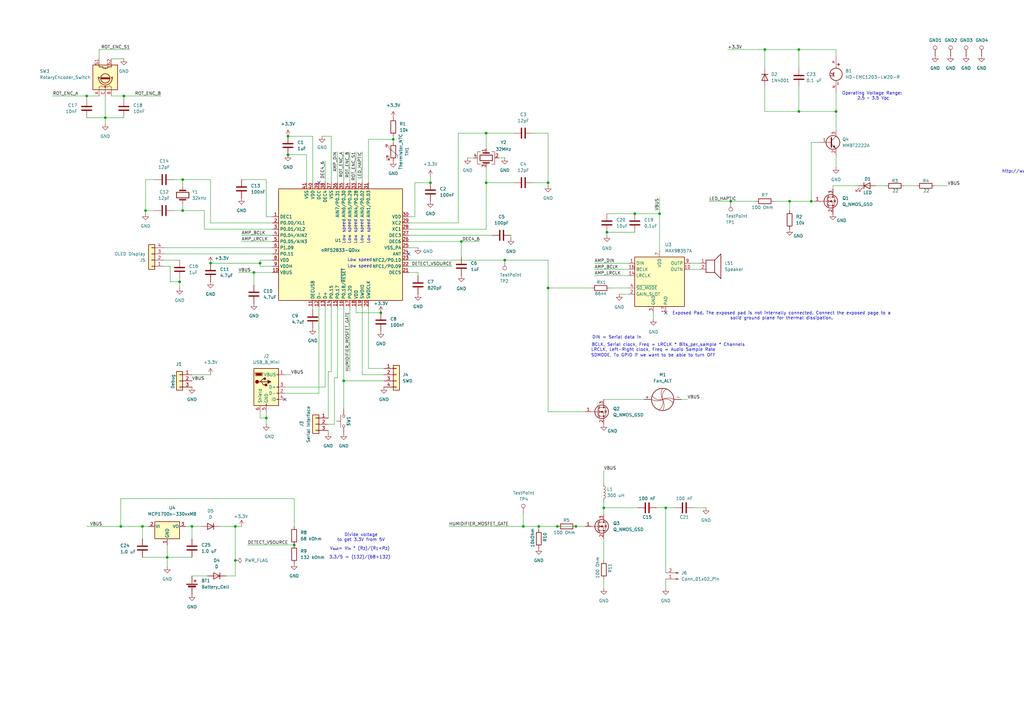
<source format=kicad_sch>
(kicad_sch (version 20231120) (generator "eeschema") (generator_version "8.0")
  (paper "A3")
  (junction (at 247.65 208.28))
  (junction (at 104.14 111.76))
  (junction (at 224.79 74.93))
  (junction (at 260.35 87.63))
  (junction (at 50.8 39.37))
  (junction (at 248.92 95.25))
  (junction (at 49.53 215.9))
  (junction (at 59.69 86.36))
  (junction (at 58.42 215.9))
  (junction (at 299.72 82.55))
  (junction (at 220.98 215.9))
  (junction (at 228.6 215.9))
  (junction (at 207.01 106.68))
  (junction (at 106.68 107.95))
  (junction (at 214.63 215.9))
  (junction (at 224.79 118.11))
  (junction (at 118.11 63.5))
  (junction (at 176.53 74.93))
  (junction (at 189.23 99.06))
  (junction (at 120.65 223.52))
  (junction (at 68.58 228.6))
  (junction (at 332.74 82.55))
  (junction (at 74.93 73.66))
  (junction (at 96.52 215.9))
  (junction (at 109.22 171.45))
  (junction (at 199.39 74.93))
  (junction (at 140.97 156.21))
  (junction (at 199.39 54.61))
  (junction (at 323.85 82.55))
  (junction (at 118.11 55.88))
  (junction (at 270.51 87.63))
  (junction (at 96.52 229.87))
  (junction (at 327.66 45.72))
  (junction (at 273.05 208.28))
  (junction (at 35.56 39.37))
  (junction (at 43.18 48.26))
  (junction (at 86.36 107.95))
  (junction (at 73.66 115.57))
  (junction (at 313.69 20.32))
  (junction (at 74.93 86.36))
  (junction (at 161.29 57.15))
  (junction (at 342.9 45.72))
  (junction (at 327.66 20.32))
  (junction (at 78.74 215.9))
  (junction (at 236.22 215.9))
  (junction (at 156.21 128.27))
  (no_connect (at 167.64 104.14))
  (no_connect (at 130.81 74.93))
  (no_connect (at 273.05 128.27))
  (no_connect (at 116.84 163.83))
  (wire (pts (xy 96.52 215.9) (xy 99.06 215.9)))
  (wire (pts (xy 68.58 232.41) (xy 68.58 228.6)))
  (wire (pts (xy 214.63 215.9) (xy 220.98 215.9)))
  (wire (pts (xy 248.92 87.63) (xy 260.35 87.63)))
  (wire (pts (xy 327.66 35.56) (xy 327.66 45.72)))
  (wire (pts (xy 109.22 171.45) (xy 109.22 168.91)))
  (wire (pts (xy 220.98 217.17) (xy 220.98 215.9)))
  (wire (pts (xy 128.27 55.88) (xy 128.27 74.93)))
  (wire (pts (xy 137.16 154.94) (xy 137.16 173.99)))
  (wire (pts (xy 45.72 39.37) (xy 50.8 39.37)))
  (wire (pts (xy 204.47 64.77) (xy 207.01 64.77)))
  (wire (pts (xy 140.97 156.21) (xy 140.97 167.64)))
  (wire (pts (xy 290.83 82.55) (xy 299.72 82.55)))
  (wire (pts (xy 342.9 20.32) (xy 342.9 22.86)))
  (wire (pts (xy 74.93 73.66) (xy 86.36 73.66)))
  (wire (pts (xy 327.66 20.32) (xy 342.9 20.32)))
  (wire (pts (xy 134.62 173.99) (xy 137.16 173.99)))
  (wire (pts (xy 298.45 20.32) (xy 313.69 20.32)))
  (wire (pts (xy 187.96 54.61) (xy 199.39 54.61)))
  (wire (pts (xy 207.01 106.68) (xy 224.79 106.68)))
  (wire (pts (xy 106.68 171.45) (xy 109.22 171.45)))
  (wire (pts (xy 313.69 20.32) (xy 327.66 20.32)))
  (wire (pts (xy 50.8 39.37) (xy 66.04 39.37)))
  (wire (pts (xy 135.89 55.88) (xy 132.08 55.88)))
  (wire (pts (xy 189.23 99.06) (xy 196.85 99.06)))
  (wire (pts (xy 68.58 228.6) (xy 68.58 223.52)))
  (wire (pts (xy 43.18 48.26) (xy 43.18 39.37)))
  (wire (pts (xy 99.06 99.06) (xy 111.76 99.06)))
  (wire (pts (xy 170.18 88.9) (xy 167.64 88.9)))
  (wire (pts (xy 49.53 204.47) (xy 120.65 204.47)))
  (wire (pts (xy 199.39 74.93) (xy 210.82 74.93)))
  (wire (pts (xy 111.76 91.44) (xy 86.36 91.44)))
  (wire (pts (xy 341.63 76.2) (xy 351.79 76.2)))
  (wire (pts (xy 161.29 57.15) (xy 161.29 58.42)))
  (wire (pts (xy 58.42 215.9) (xy 58.42 220.98)))
  (wire (pts (xy 118.11 55.88) (xy 128.27 55.88)))
  (wire (pts (xy 67.31 101.6) (xy 111.76 101.6)))
  (wire (pts (xy 247.65 208.28) (xy 261.62 208.28)))
  (wire (pts (xy 283.21 107.95) (xy 287.02 107.95)))
  (wire (pts (xy 138.43 154.94) (xy 137.16 154.94)))
  (wire (pts (xy 45.72 24.13) (xy 50.8 24.13)))
  (wire (pts (xy 342.9 68.58) (xy 342.9 63.5)))
  (wire (pts (xy 83.82 86.36) (xy 83.82 93.98)))
  (wire (pts (xy 86.36 107.95) (xy 106.68 107.95)))
  (wire (pts (xy 133.35 66.04) (xy 133.35 74.93)))
  (wire (pts (xy 67.31 104.14) (xy 111.76 104.14)))
  (wire (pts (xy 68.58 228.6) (xy 78.74 228.6)))
  (wire (pts (xy 78.74 215.9) (xy 78.74 220.98)))
  (wire (pts (xy 224.79 168.91) (xy 240.03 168.91)))
  (wire (pts (xy 143.51 62.23) (xy 143.51 74.93)))
  (wire (pts (xy 151.13 57.15) (xy 161.29 57.15)))
  (wire (pts (xy 270.51 81.28) (xy 270.51 87.63)))
  (wire (pts (xy 254 120.65) (xy 257.81 120.65)))
  (wire (pts (xy 167.64 101.6) (xy 171.45 101.6)))
  (wire (pts (xy 78.74 236.22) (xy 85.09 236.22)))
  (wire (pts (xy 130.81 161.29) (xy 116.84 161.29)))
  (wire (pts (xy 134.62 152.4) (xy 135.89 152.4)))
  (wire (pts (xy 78.74 153.67) (xy 86.36 153.67)))
  (wire (pts (xy 118.11 63.5) (xy 125.73 63.5)))
  (wire (pts (xy 260.35 87.63) (xy 270.51 87.63)))
  (wire (pts (xy 248.92 96.52) (xy 248.92 95.25)))
  (wire (pts (xy 247.65 208.28) (xy 247.65 210.82)))
  (wire (pts (xy 167.64 96.52) (xy 201.93 96.52)))
  (wire (pts (xy 138.43 125.73) (xy 138.43 154.94)))
  (wire (pts (xy 170.18 74.93) (xy 170.18 88.9)))
  (wire (pts (xy 317.5 82.55) (xy 323.85 82.55)))
  (wire (pts (xy 109.22 73.66) (xy 109.22 88.9)))
  (wire (pts (xy 67.31 109.22) (xy 69.85 109.22)))
  (wire (pts (xy 199.39 54.61) (xy 199.39 60.96)))
  (wire (pts (xy 284.48 208.28) (xy 289.56 208.28)))
  (wire (pts (xy 224.79 76.2) (xy 224.79 74.93)))
  (wire (pts (xy 247.65 220.98) (xy 247.65 229.87)))
  (wire (pts (xy 73.66 118.11) (xy 73.66 115.57)))
  (wire (pts (xy 243.84 107.95) (xy 257.81 107.95)))
  (wire (pts (xy 128.27 125.73) (xy 128.27 127)))
  (wire (pts (xy 97.79 111.76) (xy 104.14 111.76)))
  (wire (pts (xy 74.93 86.36) (xy 83.82 86.36)))
  (wire (pts (xy 116.84 153.67) (xy 119.38 153.67)))
  (wire (pts (xy 243.84 113.03) (xy 257.81 113.03)))
  (wire (pts (xy 342.9 38.1) (xy 342.9 45.72)))
  (wire (pts (xy 99.06 73.66) (xy 109.22 73.66)))
  (wire (pts (xy 383.54 76.2) (xy 388.62 76.2)))
  (wire (pts (xy 76.2 215.9) (xy 78.74 215.9)))
  (wire (pts (xy 151.13 151.13) (xy 157.48 151.13)))
  (wire (pts (xy 92.71 236.22) (xy 96.52 236.22)))
  (wire (pts (xy 243.84 110.49) (xy 257.81 110.49)))
  (wire (pts (xy 106.68 168.91) (xy 106.68 171.45)))
  (wire (pts (xy 35.56 39.37) (xy 35.56 40.64)))
  (wire (pts (xy 313.69 20.32) (xy 313.69 27.94)))
  (wire (pts (xy 269.24 208.28) (xy 273.05 208.28)))
  (wire (pts (xy 224.79 118.11) (xy 224.79 168.91)))
  (wire (pts (xy 176.53 72.39) (xy 176.53 74.93)))
  (wire (pts (xy 116.84 158.75) (xy 133.35 158.75)))
  (wire (pts (xy 96.52 215.9) (xy 96.52 229.87)))
  (wire (pts (xy 35.56 48.26) (xy 43.18 48.26)))
  (wire (pts (xy 109.22 173.99) (xy 109.22 171.45)))
  (wire (pts (xy 135.89 152.4) (xy 135.89 125.73)))
  (wire (pts (xy 133.35 158.75) (xy 133.35 125.73)))
  (wire (pts (xy 96.52 229.87) (xy 96.52 236.22)))
  (wire (pts (xy 106.68 107.95) (xy 106.68 106.68)))
  (wire (pts (xy 247.65 205.74) (xy 247.65 208.28)))
  (wire (pts (xy 43.18 50.8) (xy 43.18 48.26)))
  (wire (pts (xy 185.42 109.22) (xy 167.64 109.22)))
  (wire (pts (xy 146.05 128.27) (xy 146.05 125.73)))
  (wire (pts (xy 224.79 54.61) (xy 224.79 74.93)))
  (wire (pts (xy 43.18 48.26) (xy 50.8 48.26)))
  (wire (pts (xy 111.76 93.98) (xy 83.82 93.98)))
  (wire (pts (xy 35.56 215.9) (xy 49.53 215.9)))
  (wire (pts (xy 99.06 96.52) (xy 111.76 96.52)))
  (wire (pts (xy 21.59 39.37) (xy 35.56 39.37)))
  (wire (pts (xy 327.66 20.32) (xy 327.66 27.94)))
  (wire (pts (xy 273.05 241.3) (xy 273.05 237.49)))
  (wire (pts (xy 313.69 35.56) (xy 313.69 45.72)))
  (wire (pts (xy 58.42 215.9) (xy 60.96 215.9)))
  (wire (pts (xy 370.84 76.2) (xy 375.92 76.2)))
  (wire (pts (xy 109.22 88.9) (xy 111.76 88.9)))
  (wire (pts (xy 323.85 82.55) (xy 332.74 82.55)))
  (wire (pts (xy 279.4 163.83) (xy 281.94 163.83)))
  (wire (pts (xy 341.63 77.47) (xy 341.63 76.2)))
  (wire (pts (xy 151.13 125.73) (xy 151.13 151.13)))
  (wire (pts (xy 106.68 109.22) (xy 111.76 109.22)))
  (wire (pts (xy 140.97 125.73) (xy 140.97 156.21)))
  (wire (pts (xy 199.39 54.61) (xy 210.82 54.61)))
  (wire (pts (xy 73.66 115.57) (xy 73.66 114.3)))
  (wire (pts (xy 148.59 125.73) (xy 148.59 153.67)))
  (wire (pts (xy 90.17 215.9) (xy 96.52 215.9)))
  (wire (pts (xy 74.93 73.66) (xy 74.93 76.2)))
  (wire (pts (xy 71.12 73.66) (xy 74.93 73.66)))
  (wire (pts (xy 199.39 68.58) (xy 199.39 74.93)))
  (wire (pts (xy 134.62 176.53) (xy 134.62 177.8)))
  (wire (pts (xy 53.34 20.32) (xy 40.64 20.32)))
  (wire (pts (xy 224.79 106.68) (xy 224.79 118.11)))
  (wire (pts (xy 49.53 204.47) (xy 49.53 215.9)))
  (wire (pts (xy 247.65 193.04) (xy 247.65 198.12)))
  (wire (pts (xy 130.81 125.73) (xy 130.81 161.29)))
  (wire (pts (xy 71.12 86.36) (xy 74.93 86.36)))
  (wire (pts (xy 104.14 111.76) (xy 111.76 111.76)))
  (wire (pts (xy 247.65 163.83) (xy 264.16 163.83)))
  (wire (pts (xy 78.74 215.9) (xy 82.55 215.9)))
  (wire (pts (xy 171.45 111.76) (xy 167.64 111.76)))
  (wire (pts (xy 209.55 97.79) (xy 209.55 96.52)))
  (wire (pts (xy 161.29 57.15) (xy 161.29 55.88)))
  (wire (pts (xy 189.23 99.06) (xy 167.64 99.06)))
  (wire (pts (xy 138.43 62.23) (xy 138.43 74.93)))
  (wire (pts (xy 59.69 73.66) (xy 63.5 73.66)))
  (wire (pts (xy 332.74 58.42) (xy 335.28 58.42)))
  (wire (pts (xy 199.39 74.93) (xy 199.39 93.98)))
  (wire (pts (xy 146.05 128.27) (xy 156.21 128.27)))
  (wire (pts (xy 69.85 109.22) (xy 69.85 115.57)))
  (wire (pts (xy 101.6 223.52) (xy 120.65 223.52)))
  (wire (pts (xy 59.69 86.36) (xy 63.5 86.36)))
  (wire (pts (xy 58.42 228.6) (xy 68.58 228.6)))
  (wire (pts (xy 134.62 171.45) (xy 134.62 152.4)))
  (wire (pts (xy 151.13 57.15) (xy 151.13 74.93)))
  (wire (pts (xy 248.92 95.25) (xy 260.35 95.25)))
  (wire (pts (xy 236.22 215.9) (xy 228.6 215.9)))
  (wire (pts (xy 167.64 91.44) (xy 187.96 91.44)))
  (wire (pts (xy 191.77 64.77) (xy 194.31 64.77)))
  (wire (pts (xy 167.64 93.98) (xy 199.39 93.98)))
  (wire (pts (xy 176.53 74.93) (xy 170.18 74.93)))
  (wire (pts (xy 59.69 87.63) (xy 59.69 86.36)))
  (wire (pts (xy 67.31 106.68) (xy 73.66 106.68)))
  (wire (pts (xy 184.15 215.9) (xy 214.63 215.9)))
  (wire (pts (xy 273.05 208.28) (xy 273.05 234.95)))
  (wire (pts (xy 171.45 113.03) (xy 171.45 111.76)))
  (wire (pts (xy 359.41 76.2) (xy 363.22 76.2)))
  (wire (pts (xy 189.23 105.41) (xy 189.23 99.06)))
  (wire (pts (xy 146.05 62.23) (xy 146.05 74.93)))
  (wire (pts (xy 167.64 106.68) (xy 207.01 106.68)))
  (wire (pts (xy 332.74 58.42) (xy 332.74 82.55)))
  (wire (pts (xy 313.69 45.72) (xy 327.66 45.72)))
  (wire (pts (xy 111.76 106.68) (xy 106.68 106.68)))
  (wire (pts (xy 283.21 110.49) (xy 287.02 110.49)))
  (wire (pts (xy 323.85 86.36) (xy 323.85 82.55)))
  (wire (pts (xy 157.48 153.67) (xy 148.59 153.67)))
  (wire (pts (xy 267.97 128.27) (xy 267.97 130.81)))
  (wire (pts (xy 59.69 73.66) (xy 59.69 86.36)))
  (wire (pts (xy 106.68 107.95) (xy 106.68 109.22)))
  (wire (pts (xy 135.89 55.88) (xy 135.89 74.93)))
  (wire (pts (xy 40.64 20.32) (xy 40.64 24.13)))
  (wire (pts (xy 218.44 74.93) (xy 224.79 74.93)))
  (wire (pts (xy 250.19 118.11) (xy 257.81 118.11)))
  (wire (pts (xy 299.72 82.55) (xy 309.88 82.55)))
  (wire (pts (xy 104.14 111.76) (xy 104.14 116.84)))
  (wire (pts (xy 120.65 204.47) (xy 120.65 215.9)))
  (wire (pts (xy 86.36 91.44) (xy 86.36 73.66)))
  (wire (pts (xy 35.56 39.37) (xy 40.64 39.37)))
  (wire (pts (xy 332.74 82.55) (xy 334.01 82.55)))
  (wire (pts (xy 247.65 241.3) (xy 247.65 237.49)))
  (wire (pts (xy 49.53 215.9) (xy 58.42 215.9)))
  (wire (pts (xy 125.73 74.93) (xy 125.73 63.5)))
  (wire (pts (xy 148.59 62.23) (xy 148.59 74.93)))
  (wire (pts (xy 218.44 54.61) (xy 224.79 54.61)))
  (wire (pts (xy 50.8 39.37) (xy 50.8 40.64)))
  (wire (pts (xy 270.51 87.63) (xy 270.51 102.87)))
  (wire (pts (xy 327.66 45.72) (xy 342.9 45.72)))
  (wire (pts (xy 143.51 152.4) (xy 143.51 125.73)))
  (wire (pts (xy 69.85 115.57) (xy 73.66 115.57)))
  (wire (pts (xy 74.93 83.82) (xy 74.93 86.36)))
  (wire (pts (xy 140.97 62.23) (xy 140.97 74.93)))
  (wire (pts (xy 342.9 45.72) (xy 342.9 53.34)))
  (wire (pts (xy 220.98 215.9) (xy 228.6 215.9)))
  (wire (pts (xy 187.96 54.61) (xy 187.96 91.44)))
  (wire (pts (xy 214.63 210.82) (xy 214.63 215.9)))
  (wire (pts (xy 236.22 215.9) (xy 240.03 215.9)))
  (wire (pts (xy 273.05 208.28) (xy 276.86 208.28)))
  (wire (pts (xy 224.79 118.11) (xy 242.57 118.11)))
  (wire (pts (xy 140.97 156.21) (xy 157.48 156.21)))
  (text "Divide voltage\nto get 3.3V from 5V" (at 148.082 220.472 0) (effects (font (size 1.27 1.27))))
  (text "LRCLK, Left-Right clock, Freq = Audio Sample Rate" (at 267.97 143.51 0) (effects (font (size 1.27 1.27))))
  (text "3.3/5 = (132)/(68+132)\n" (at 147.574 228.6 0) (effects (font (size 1.27 1.27))))
  (text "SDMODE, To GPIO if we want to be able to turn OFF" (at 267.97 145.796 0) (effects (font (size 1.27 1.27))))
  (text "DIN = Serial data in\n" (at 252.984 138.43 0) (effects (font (size 1.27 1.27))))
  (text "BCLK, Serial clock, Freq = LRCLK * Bits_per_sample * Channels" (at 274.066 141.478 0) (effects (font (size 1.27 1.27))))
  (text "http://www.learningaboutelectronics.com/Articles/Vibration-motor-circuit.php" (at 449.326 70.358 0) (effects (font (size 1.27 1.27))))
  (text "Low speed" (at 143.256 94.996 90) (effects (font (size 1.27 1.27))))
  (text "Low speed" (at 148.336 94.996 90) (effects (font (size 1.27 1.27))))
  (text "Low speed" (at 147.574 109.22 0) (effects (font (size 1.27 1.27))))
  (text "Exposed Pad. The exposed pad is not internally connected. Connect the exposed page to a\nsolid ground plane for thermal dissipation." (at 320.548 129.54 0) (effects (font (size 1.27 1.27))))
  (text "Low speed" (at 140.97 94.996 90) (effects (font (size 1.27 1.27))))
  (text "Low speed" (at 151.13 94.996 90) (effects (font (size 1.27 1.27))))
  (text "V_{out}= V_{in} * (R_{2})/(R_{1}+R_{2})\n" (at 147.574 225.044 0) (effects (font (size 1.27 1.27))))
  (text "Low speed" (at 147.574 106.68 0) (effects (font (size 1.27 1.27))))
  (text "Low speed" (at 145.796 94.996 90) (effects (font (size 1.27 1.27))))
  (text "Operating Voltage Range: \n2.5 ~ 3.5 V_{DC}" (at 358.14 39.37 0) (effects (font (size 1.27 1.27))))
  (label "+3.3V" (at 298.45 20.32 0))
  (label "AMP_LRCLK" (at 243.84 113.03 0))
  (label "VBUS" (at 97.79 111.76 0))
  (label "ROT_ENC_B" (at 143.51 62.23 270))
  (label "AMP_DIN" (at 243.84 107.95 0))
  (label "VBUS" (at 270.51 81.28 270))
  (label "VBUS" (at 281.94 163.83 0))
  (label "DETECT_VSOURCE" (at 101.6 223.52 0))
  (label "LED_HAPTIC" (at 290.83 82.55 0))
  (label "AMP_BCLK" (at 243.84 110.49 0))
  (label "ROT_ENC_A" (at 140.97 62.23 270))
  (label "DETECT_VSOURCE" (at 185.42 109.22 180))
  (label "HUMIDIFIER_MOSFET_GATE" (at 143.51 152.4 90))
  (label "AMP_LRCLK" (at 99.06 99.06 0))
  (label "HUMIDIFIER_MOSFET_GATE" (at 184.15 215.9 0))
  (label "AMP_BCLK" (at 99.06 96.52 0))
  (label "VBUS" (at 36.83 215.9 0))
  (label "ROT_ENC_S1" (at 146.05 62.23 270))
  (label "AMP_DIN" (at 138.43 62.23 270))
  (label "ROT_ENC_A" (at 21.59 39.37 0))
  (label "VBUS" (at 119.38 153.67 0))
  (label "VBUS" (at 388.62 76.2 0))
  (label "DEC4_6" (at 133.35 66.04 270))
  (label "DEC4_6" (at 196.85 99.06 180))
  (label "VBUS" (at 247.65 193.04 0))
  (label "VBUS" (at 78.74 156.21 0))
  (label "ROT_ENC_S1" (at 53.34 20.32 180))
  (label "ROT_ENC_B" (at 66.04 39.37 180))
  (label "LED_HAPTIC" (at 148.59 62.23 270))
  (symbol (lib_id "power:+3.3V") (at 161.29 48.26 0) (unit 1)
    (property "Reference" "#PWR0108" (effects (hide yes)))
    (property "Value" "+3.3V" (at 161.29 43.18 0))
    (property "Description" "Power symbol creates a global label with name \"+3.3V\"" (effects (hide yes)))
  )
  (symbol (lib_id "power:+3.3V") (at 118.11 55.88 0) (unit 1)
    (property "Reference" "#PWR0105" (effects (hide yes)))
    (property "Value" "+3.3V" (at 118.11 50.8 0))
    (property "Description" "Power symbol creates a global label with name \"+3.3V\"" (effects (hide yes)))
  )
  (symbol (lib_id "power:GND") (at 132.08 55.88 0) (unit 1)
    (property "Reference" "#PWR0104" (effects (hide yes)))
    (property "Value" "GND" (at 132.08 60.452 0))
    (property "Description" "Power symbol creates a global label with name \"GND\" , ground" (effects (hide yes)))
  )
  (symbol (lib_id "power:GND") (at 78.74 243.84 0) (unit 1)
    (property "Reference" "#PWR014" (effects (hide yes)))
    (property "Value" "GND" (at 78.74 248.92 0))
    (property "Description" "Power symbol creates a global label with name \"GND\" , ground" (effects (hide yes)))
  )
  (symbol (lib_id "power:GND") (at 224.79 76.2 0) (unit 1)
    (property "Reference" "#PWR0120" (effects (hide yes)))
    (property "Value" "GND" (at 224.79 81.28 0))
    (property "Description" "Power symbol creates a global label with name \"GND\" , ground" (effects (hide yes)))
  )
  (symbol (lib_id "power:GND") (at 342.9 68.58 0) (unit 1)
    (property "Reference" "#PWR012" (effects (hide yes)))
    (property "Value" "GND" (at 342.9 73.66 0))
    (property "Description" "Power symbol creates a global label with name \"GND\" , ground" (effects (hide yes)))
  )
  (symbol (lib_id "Device:D") (at 86.36 215.9 180) (unit 1)
    (property "Reference" "D5" (at 86.36 209.55 0))
    (property "Value" "D" (at 86.36 212.09 0))
    (property "Description" "Diode" (effects (hide yes)))
    (property "Sim.Device" "D" (effects (hide yes)))
    (property "Sim.Pins" "1=K 2=A" (effects (hide yes)))
  )
  (symbol (lib_id "Device:C") (at 189.23 109.22 180) (unit 1)
    (property "Reference" "C6" (at 193.04 107.9499 0) (effects (justify right)))
    (property "Value" "1uF" (at 193.04 110.4899 0) (effects (justify right)))
    (property "Footprint" "Capacitor_SMD:C_0603_1608Metric" (effects (hide yes)))
    (property "Description" "Unpolarized capacitor" (effects (hide yes)))
  )
  (symbol (lib_id "Connector_Generic:Conn_01x03") (at 129.54 173.99 0) (mirror y) (unit 1)
    (property "Reference" "J3" (at 123.698 175.006 90) (effects (justify left)))
    (property "Value" "Serial Interface" (at 126.492 181.61 90) (effects (justify left)))
    (property "Footprint" "Connector_PinHeader_2.54mm:PinHeader_1x03_P2.54mm_Vertical" (effects (hide yes)))
    (property "Description" "Generic connector, single row, 01x03, script generated (kicad-library-utils/schlib/autogen/connector/)" (effects (hide yes)))
  )
  (symbol (lib_id "Connector:TestPoint") (at 383.54 22.86 0) (unit 1)
    (property "Reference" "GND1" (at 381 16.51 0) (effects (justify left)))
    (property "Value" "TestPoint" (effects (hide yes)))
    (property "Footprint" "E7020E:TestPoint_THTPad_1.5x1.5mm_Drill0.8mm" (effects (hide yes)))
    (property "Description" "test point" (effects (hide yes)))
  )
  (symbol (lib_id "Device:C") (at 214.63 54.61 270) (unit 1)
    (property "Reference" "C3" (at 214.63 46.99 90))
    (property "Value" "12pF" (at 214.63 49.53 90))
    (property "Footprint" "Capacitor_SMD:C_0603_1608Metric" (effects (hide yes)))
    (property "Description" "Unpolarized capacitor" (effects (hide yes)))
  )
  (symbol (lib_id "power:GND") (at 247.65 241.3 0) (unit 1)
    (property "Reference" "#PWR010" (effects (hide yes)))
    (property "Value" "GND" (at 247.65 246.38 0))
    (property "Description" "Power symbol creates a global label with name \"GND\" , ground" (effects (hide yes)))
  )
  (symbol (lib_id "power:GND") (at 402.59 22.86 0) (unit 1)
    (property "Reference" "#PWR0111" (effects (hide yes)))
    (property "Value" "GND" (at 402.59 27.94 0))
    (property "Description" "Power symbol creates a global label with name \"GND\" , ground" (effects (hide yes)))
  )
  (symbol (lib_id "power:GND") (at 43.18 50.8 0) (unit 1)
    (property "Reference" "#PWR04" (effects (hide yes)))
    (property "Value" "GND" (at 43.18 55.88 0))
    (property "Description" "Power symbol creates a global label with name \"GND\" , ground" (effects (hide yes)))
  )
  (symbol (lib_id "Device:C") (at 128.27 130.81 0) (unit 1)
    (property "Reference" "C9" (at 119.634 129.54 0) (effects (justify left)))
    (property "Value" "4.7uf" (at 119.634 132.08 0) (effects (justify left)))
    (property "Footprint" "Capacitor_SMD:C_0603_1608Metric" (effects (hide yes)))
    (property "Description" "Unpolarized capacitor" (effects (hide yes)))
  )
  (symbol (lib_id "power:GND") (at 134.62 177.8 0) (unit 1)
    (property "Reference" "#PWR0130" (effects (hide yes)))
    (property "Value" "GND" (at 134.62 182.88 0))
    (property "Description" "Power symbol creates a global label with name \"GND\" , ground" (effects (hide yes)))
  )
  (symbol (lib_id "power:+3.3V") (at 156.21 128.27 0) (unit 1)
    (property "Reference" "#PWR0116" (effects (hide yes)))
    (property "Value" "+3.3V" (at 156.21 124.46 0))
    (property "Description" "Power symbol creates a global label with name \"+3.3V\"" (effects (hide yes)))
  )
  (symbol (lib_id "power:GND") (at 289.56 208.28 0) (unit 1)
    (property "Reference" "#PWR018" (effects (hide yes)))
    (property "Value" "GND" (at 289.56 213.36 0))
    (property "Description" "Power symbol creates a global label with name \"GND\" , ground" (effects (hide yes)))
  )
  (symbol (lib_id "Device:R") (at 220.98 220.98 0) (unit 1)
    (property "Reference" "R10" (at 223.52 222.25 90) (effects (justify left)))
    (property "Value" "10kOhm" (at 218.44 224.536 90) (effects (justify left)))
    (property "Footprint" "Resistor_SMD:R_0603_1608Metric" (effects (hide yes)))
    (property "Description" "Resistor" (effects (hide yes)))
  )
  (symbol (lib_id "Device:R") (at 120.65 227.33 0) (unit 1)
    (property "Reference" "R9" (at 123.19 226.0599 0) (effects (justify left)))
    (property "Value" "132 kOhm" (at 123.19 228.5999 0) (effects (justify left)))
    (property "Footprint" "Resistor_SMD:R_0603_1608Metric" (effects (hide yes)))
    (property "Description" "Resistor" (effects (hide yes)))
  )
  (symbol (lib_id "power:GND") (at 273.05 241.3 0) (unit 1)
    (property "Reference" "#PWR017" (effects (hide yes)))
    (property "Value" "GND" (at 273.05 246.38 0))
    (property "Description" "Power symbol creates a global label with name \"GND\" , ground" (effects (hide yes)))
  )
  (symbol (lib_id "power:PWR_FLAG") (at 96.52 229.87 270) (unit 1)
    (property "Reference" "#FLG02" (effects (hide yes)))
    (property "Value" "PWR_FLAG" (at 100.33 229.8699 90) (effects (justify left)))
    (property "Description" "Special symbol for telling ERC where power comes from" (effects (hide yes)))
  )
  (symbol (lib_id "Device:C") (at 327.66 31.75 0) (unit 1)
    (property "Reference" "C23" (at 330.708 30.48 0) (effects (justify left)))
    (property "Value" "0.1 uF" (at 330.708 33.02 0) (effects (justify left)))
    (property "Footprint" "Capacitor_SMD:C_0603_1608Metric" (effects (hide yes)))
    (property "Description" "Unpolarized capacitor" (effects (hide yes)))
  )
  (symbol (lib_id "Device:C") (at 67.31 73.66 90) (unit 1)
    (property "Reference" "C14" (at 67.31 66.04 90))
    (property "Value" "12pF" (at 67.31 68.58 90))
    (property "Footprint" "Capacitor_SMD:C_0603_1608Metric" (effects (hide yes)))
    (property "Description" "Unpolarized capacitor" (effects (hide yes)))
  )
  (symbol (lib_id "HD-EMC1203-LW20-R:HD-EMC1203-LW20-R") (at 342.9 30.48 270) (unit 1)
    (property "Reference" "B1" (at 346.71 29.0829 90) (effects (justify left)))
    (property "Value" "HD-EMC1203-LW20-R" (at 346.71 31.6229 90) (effects (justify left)))
    (property "Footprint" "HD-EMC1203-LW20-R:PUI_HD-EMC1203-LW20-R" (effects (hide yes)))
    (property "DigiKey_Part_Number" "668-HD-EMC1203-LW20-R-ND" (effects (hide yes)))
    (property "SnapEDA_Link" "https://www.snapeda.com/parts/HD-EMC1203-LW20-R/PUI+Audio/view-part/?ref=snap" (effects (hide yes)))
    (property "MAXIMUM_PACKAGE_HEIGHT" "3.5 mm" (effects (hide yes)))
    (property "Package" "None" (effects (hide yes)))
    (property "Check_prices" "https://www.snapeda.com/parts/HD-EMC1203-LW20-R/PUI+Audio/view-part/?ref=eda" (effects (hide yes)))
    (property "STANDARD" "Manufacturer Recommendations" (effects (hide yes)))
    (property "PARTREV" "B" (effects (hide yes)))
    (property "MF" "PUI Audio" (effects (hide yes)))
    (property "MP" "HD-EMC1203-LW20-R" (effects (hide yes)))
    (property "Description_1" "\n                        \n                            12MM ERM HAPTIC 12000RPM\n                        \n" (effects (hide yes)))
    (property "MANUFACTURER" "PUI Audio" (effects (hide yes)))
  )
  (symbol (lib_id "Connector:Conn_01x02_Pin") (at 278.13 237.49 180) (unit 1)
    (property "Reference" "J6" (at 279.4 234.9499 0) (effects (justify right)))
    (property "Value" "Conn_01x02_Pin" (at 279.4 237.4899 0) (effects (justify right)))
    (property "Description" "Generic connector, single row, 01x02, script generated" (effects (hide yes)))
  )
  (symbol (lib_id "Connector_Generic:Conn_01x04") (at 162.56 153.67 0) (unit 1)
    (property "Reference" "J4" (at 165.1 153.6699 0) (effects (justify left)))
    (property "Value" "SWD" (at 165.1 156.2099 0) (effects (justify left)))
    (property "Footprint" "Connector_PinHeader_2.54mm:PinHeader_1x04_P2.54mm_Vertical" (effects (hide yes)))
    (property "Description" "Generic connector, single row, 01x04, script generated (kicad-library-utils/schlib/autogen/connector/)" (effects (hide yes)))
  )
  (symbol (lib_id "Connector:TestPoint") (at 207.01 106.68 0) (mirror x) (unit 1)
    (property "Reference" "TP2" (at 204.978 115.316 0) (effects (justify left)))
    (property "Value" "TestPoint" (at 204.978 112.776 0) (effects (justify left)))
    (property "Footprint" "E7020E:TestPoint_THTPad_1.5x1.5mm_Drill0.8mm" (effects (hide yes)))
    (property "Description" "test point" (effects (hide yes)))
  )
  (symbol (lib_id "power:GND") (at 171.45 120.65 0) (unit 1)
    (property "Reference" "#PWR0118" (effects (hide yes)))
    (property "Value" "GND" (at 171.45 125.73 0))
    (property "Description" "Power symbol creates a global label with name \"GND\" , ground" (effects (hide yes)))
  )
  (symbol (lib_id "power:GND") (at 161.29 66.04 0) (unit 1)
    (property "Reference" "#PWR0107" (effects (hide yes)))
    (property "Value" "GND" (at 161.29 71.12 0))
    (property "Description" "Power symbol creates a global label with name \"GND\" , ground" (effects (hide yes)))
  )
  (symbol (lib_id "Device:D") (at 88.9 236.22 180) (unit 1)
    (property "Reference" "D4" (at 88.9 229.87 0))
    (property "Value" "D" (at 88.9 232.41 0))
    (property "Description" "Diode" (effects (hide yes)))
    (property "Sim.Device" "D" (effects (hide yes)))
    (property "Sim.Pins" "1=K 2=A" (effects (hide yes)))
  )
  (symbol (lib_name "Conn_01x03_1") (lib_id "Connector_Generic:Conn_01x03") (at 73.66 156.21 0) (mirror y) (unit 1)
    (property "Reference" "J1" (at 73.406 149.352 0))
    (property "Value" "Debug" (at 70.866 156.464 90))
    (property "Footprint" "Connector_PinHeader_2.54mm:PinHeader_1x03_P2.54mm_Vertical" (effects (hide yes)))
    (property "Description" "Generic connector, single row, 01x03, script generated (kicad-library-utils/schlib/autogen/connector/)" (effects (hide yes)))
  )
  (symbol (lib_id "power:GND") (at 156.21 135.89 0) (unit 1)
    (property "Reference" "#PWR0117" (effects (hide yes)))
    (property "Value" "GND" (at 156.21 140.97 0))
    (property "Description" "Power symbol creates a global label with name \"GND\" , ground" (effects (hide yes)))
  )
  (symbol (lib_id "Device:R") (at 367.03 76.2 90) (unit 1)
    (property "Reference" "R3" (at 367.03 74.168 90))
    (property "Value" "22" (at 367.284 78.232 90))
    (property "Footprint" "Resistor_SMD:R_0603_1608Metric" (effects (hide yes)))
    (property "Description" "Resistor" (effects (hide yes)))
  )
  (symbol (lib_id "power:GND") (at 389.89 22.86 0) (unit 1)
    (property "Reference" "#PWR0113" (effects (hide yes)))
    (property "Value" "GND" (at 389.89 27.94 0))
    (property "Description" "Power symbol creates a global label with name \"GND\" , ground" (effects (hide yes)))
  )
  (symbol (lib_id "Device:Q_NMOS_GSD") (at 245.11 215.9 0) (unit 1)
    (property "Reference" "Q3" (at 251.46 214.6299 0) (effects (justify left)))
    (property "Value" "Q_NMOS_GSD" (at 251.46 217.1699 0) (effects (justify left)))
    (property "Footprint" "Package_TO_SOT_SMD:SOT-23" (effects (hide yes)))
    (property "Description" "N-MOSFET transistor, gate/source/drain" (effects (hide yes)))
  )
  (symbol (lib_id "Connector:TestPoint") (at 396.24 22.86 0) (unit 1)
    (property "Reference" "GND3" (at 393.7 16.51 0) (effects (justify left)))
    (property "Value" "TestPoint" (effects (hide yes)))
    (property "Footprint" "E7020E:TestPoint_THTPad_1.5x1.5mm_Drill0.8mm" (effects (hide yes)))
    (property "Description" "test point" (effects (hide yes)))
  )
  (symbol (lib_id "power:GND") (at 50.8 24.13 0) (unit 1)
    (property "Reference" "#PWR01" (effects (hide yes)))
    (property "Value" "GND" (at 50.8 29.21 0))
    (property "Description" "Power symbol creates a global label with name \"GND\" , ground" (effects (hide yes)))
  )
  (symbol (lib_id "power:+3.3V") (at 176.53 72.39 0) (unit 1)
    (property "Reference" "#PWR0101" (effects (hide yes)))
    (property "Value" "+3.3V" (at 176.53 67.31 0))
    (property "Description" "Power symbol creates a global label with name \"+3.3V\"" (effects (hide yes)))
  )
  (symbol (lib_id "power:+3.3V") (at 86.36 107.95 0) (unit 1)
    (property "Reference" "#PWR0125" (effects (hide yes)))
    (property "Value" "+3.3V" (at 90.932 105.918 0))
    (property "Description" "Power symbol creates a global label with name \"+3.3V\"" (effects (hide yes)))
  )
  (symbol (lib_id "power:GND") (at 209.55 97.79 0) (unit 1)
    (property "Reference" "#PWR0119" (effects (hide yes)))
    (property "Value" "GND" (at 209.55 103.124 0))
    (property "Description" "Power symbol creates a global label with name \"GND\" , ground" (effects (hide yes)))
  )
  (symbol (lib_id "Device:C") (at 104.14 120.65 0) (unit 1)
    (property "Reference" "C10" (at 107.95 119.3799 0) (effects (justify left)))
    (property "Value" "4.7uF" (at 107.95 121.9199 0) (effects (justify left)))
    (property "Footprint" "Capacitor_SMD:C_0603_1608Metric" (effects (hide yes)))
    (property "Description" "Unpolarized capacitor" (effects (hide yes)))
  )
  (symbol (lib_id "Regulator_Linear:MCP1700x-330xxMB") (at 68.58 215.9 0) (unit 1)
    (property "Reference" "U4" (at 70.612 208.28 0))
    (property "Value" "MCP1700x-330xxMB" (at 70.612 210.82 0))
    (property "Footprint" "Package_TO_SOT_SMD:SOT-89-3_Handsoldering" (effects (hide yes)))
    (property "Datasheet" "http://ww1.microchip.com/downloads/en/DeviceDoc/20001826D.pdf" (effects (hide yes)))
    (property "Description" "250mA Low Quiscent Current LDO, 3.3V output, SOT-89" (effects (hide yes)))
  )
  (symbol (lib_id "Device:R") (at 246.38 118.11 90) (unit 1)
    (property "Reference" "RX1" (at 246.634 115.824 90))
    (property "Value" "664k" (at 246.38 120.396 90))
    (property "Footprint" "Resistor_SMD:R_0603_1608Metric" (effects (hide yes)))
    (property "Description" "Resistor" (effects (hide yes)))
  )
  (symbol (lib_id "power:GND") (at 118.11 63.5 0) (unit 1)
    (property "Reference" "#PWR0106" (effects (hide yes)))
    (property "Value" "GND" (at 118.11 68.58 0))
    (property "Description" "Power symbol creates a global label with name \"GND\" , ground" (effects (hide yes)))
  )
  (symbol (lib_id "Device:C") (at 67.31 86.36 270) (unit 1)
    (property "Reference" "C12" (at 67.31 78.74 90))
    (property "Value" "12pF" (at 67.31 81.28 90))
    (property "Footprint" "Capacitor_SMD:C_0603_1608Metric" (effects (hide yes)))
    (property "Description" "Unpolarized capacitor" (effects (hide yes)))
  )
  (symbol (lib_id "power:GND") (at 99.06 81.28 0) (unit 1)
    (property "Reference" "#PWR0124" (effects (hide yes)))
    (property "Value" "GND" (at 99.06 86.36 0))
    (property "Description" "Power symbol creates a global label with name \"GND\" , ground" (effects (hide yes)))
  )
  (symbol (lib_id "power:GND") (at 104.14 124.46 0) (unit 1)
    (property "Reference" "#PWR0131" (effects (hide yes)))
    (property "Value" "GND" (at 104.14 129.54 0))
    (property "Description" "Power symbol creates a global label with name \"GND\" , ground" (effects (hide yes)))
  )
  (symbol (lib_id "Device:Crystal") (at 74.93 80.01 90) (unit 1)
    (property "Reference" "Y1" (at 78.74 78.7399 90) (effects (justify right)))
    (property "Value" "32kHz" (at 78.74 81.2799 90) (effects (justify right)))
    (property "Footprint" "Crystal:Crystal_AT310_D3.0mm_L10.0mm_Horizontal" (effects (hide yes)))
    (property "Description" "Two pin crystal" (effects (hide yes)))
  )
  (symbol (lib_id "Device:C") (at 260.35 91.44 180) (unit 1)
    (property "Reference" "C19" (at 264.16 90.1699 0) (effects (justify right)))
    (property "Value" "0.1uF" (at 264.16 92.7099 0) (effects (justify right)))
    (property "Footprint" "Capacitor_SMD:C_0603_1608Metric" (effects (hide yes)))
    (property "Description" "Unpolarized capacitor" (effects (hide yes)))
  )
  (symbol (lib_id "Device:C") (at 156.21 132.08 0) (unit 1)
    (property "Reference" "C8" (at 160.02 130.8099 0) (effects (justify left)))
    (property "Value" "100nf" (at 160.02 133.3499 0) (effects (justify left)))
    (property "Footprint" "Capacitor_SMD:C_0603_1608Metric" (effects (hide yes)))
    (property "Description" "Unpolarized capacitor" (effects (hide yes)))
  )
  (symbol (lib_id "Device:LED") (at 355.6 76.2 0) (unit 1)
    (property "Reference" "D1" (at 355.854 73.406 0))
    (property "Value" "LED" (at 355.854 78.994 0))
    (property "Footprint" "LED_SMD:LED_PLCC_2835_Handsoldering" (effects (hide yes)))
    (property "Description" "Light emitting diode" (effects (hide yes)))
  )
  (symbol (lib_id "power:+3.3V") (at 99.06 215.9 0) (unit 1)
    (property "Reference" "#PWR015" (effects (hide yes)))
    (property "Value" "+3.3V" (at 98.806 211.836 0))
    (property "Description" "Power symbol creates a global label with name \"+3.3V\"" (effects (hide yes)))
  )
  (symbol (lib_id "Device:Q_NMOS_GSD") (at 245.11 168.91 0) (unit 1)
    (property "Reference" "Q2" (at 251.46 167.6399 0) (effects (justify left)))
    (property "Value" "Q_NMOS_GSD" (at 251.46 170.1799 0) (effects (justify left)))
    (property "Footprint" "Package_TO_SOT_SMD:SOT-23" (effects (hide yes)))
    (property "Description" "N-MOSFET transistor, gate/source/drain" (effects (hide yes)))
  )
  (symbol (lib_id "power:GND") (at 267.97 130.81 0) (unit 1)
    (property "Reference" "#PWR02" (effects (hide yes)))
    (property "Value" "GND" (at 267.97 136.144 0))
    (property "Description" "Power symbol creates a global label with name \"GND\" , ground" (effects (hide yes)))
  )
  (symbol (lib_id "power:GND") (at 191.77 64.77 0) (unit 1)
    (property "Reference" "#PWR0102" (effects (hide yes)))
    (property "Value" "GND" (at 191.77 69.85 0))
    (property "Description" "Power symbol creates a global label with name \"GND\" , ground" (effects (hide yes)))
  )
  (symbol (lib_id "Device:Battery_Cell") (at 78.74 241.3 0) (unit 1)
    (property "Reference" "BT1" (at 82.55 238.1884 0) (effects (justify left)))
    (property "Value" "Battery_Cell" (at 82.55 240.7284 0) (effects (justify left)))
    (property "Description" "Single-cell battery" (effects (hide yes)))
  )
  (symbol (lib_id "power:GND") (at 157.48 158.75 0) (unit 1)
    (property "Reference" "#PWR0127" (effects (hide yes)))
    (property "Value" "GND" (at 157.48 163.83 0))
    (property "Description" "Power symbol creates a global label with name \"GND\" , ground" (effects (hide yes)))
  )
  (symbol (lib_id "Device:C") (at 35.56 44.45 0) (unit 1)
    (property "Reference" "C17" (at 31.75 43.1799 0) (effects (justify right)))
    (property "Value" "10nF" (at 31.75 45.7199 0) (effects (justify right)))
    (property "Footprint" "Capacitor_SMD:C_0603_1608Metric" (effects (hide yes)))
    (property "Description" "Unpolarized capacitor" (effects (hide yes)))
  )
  (symbol (lib_id "power:+3.3V") (at 86.36 153.67 0) (unit 1)
    (property "Reference" "#PWR0133" (effects (hide yes)))
    (property "Value" "+3.3V" (at 86.36 148.59 0))
    (property "Description" "Power symbol creates a global label with name \"+3.3V\"" (effects (hide yes)))
  )
  (symbol (lib_id "E7020E:nRF52833-QDxx") (at 139.7 100.33 0) (unit 1)
    (property "Reference" "U1" (at 138.684 98.552 0))
    (property "Value" "nRF52833-QDxx" (at 139.7 102.616 0))
    (property "Footprint" "E7020E:QFN-40-1EP_5x5mm_P0.4mm_EP3.6x3.6mm" (effects (hide yes)))
    (property "Datasheet" "https://docs-be.nordicsemi.com/bundle/ps_nrf52833/attach/nRF52833_PS_v1.7.pdf" (effects (hide yes)))
    (property "Description" "Multiprotocol BLE/ANT/2.4 GHz/802.15.4 Cortex-M4 SoC, QFN-40" (effects (hide yes)))
  )
  (symbol (lib_id "power:GND") (at 78.74 158.75 0) (unit 1)
    (property "Reference" "#PWR0134" (effects (hide yes)))
    (property "Value" "GND" (at 78.74 163.83 0))
    (property "Description" "Power symbol creates a global label with name \"GND\" , ground" (effects (hide yes)))
  )
  (symbol (lib_id "Connector:TestPoint") (at 299.72 82.55 0) (mirror x) (unit 1)
    (property "Reference" "TP1" (at 297.688 91.186 0) (effects (justify left)))
    (property "Value" "TestPoint" (at 297.688 88.646 0) (effects (justify left)))
    (property "Footprint" "E7020E:TestPoint_THTPad_1.5x1.5mm_Drill0.8mm" (effects (hide yes)))
    (property "Description" "test point" (effects (hide yes)))
  )
  (symbol (lib_id "power:GND") (at 396.24 22.86 0) (unit 1)
    (property "Reference" "#PWR0112" (effects (hide yes)))
    (property "Value" "GND" (at 396.24 27.94 0))
    (property "Description" "Power symbol creates a global label with name \"GND\" , ground" (effects (hide yes)))
  )
  (symbol (lib_id "Device:Thermistor_NTC") (at 161.29 62.23 0) (unit 1)
    (property "Reference" "TH1" (at 166.878 64.008 90) (effects (justify left)))
    (property "Value" "Thermistor_NTC" (at 164.338 69.596 90) (effects (justify left)))
    (property "Footprint" "Resistor_THT:R_Axial_DIN0204_L3.6mm_D1.6mm_P2.54mm_Vertical" (effects (hide yes)))
    (property "Description" "Temperature dependent resistor, negative temperature coefficient" (effects (hide yes)))
  )
  (symbol (lib_id "Device:C") (at 265.43 208.28 90) (unit 1)
    (property "Reference" "C15" (at 265.43 212.09 90))
    (property "Value" "100 nF" (at 265.43 204.47 90))
    (property "Footprint" "Capacitor_SMD:C_0603_1608Metric" (effects (hide yes)))
    (property "Description" "Unpolarized capacitor" (effects (hide yes)))
  )
  (symbol (lib_id "power:GND") (at 207.01 64.77 0) (unit 1)
    (property "Reference" "#PWR0103" (effects (hide yes)))
    (property "Value" "GND" (at 207.01 69.85 0))
    (property "Description" "Power symbol creates a global label with name \"GND\" , ground" (effects (hide yes)))
  )
  (symbol (lib_id "Device:Crystal_GND24") (at 199.39 64.77 270) (unit 1)
    (property "Reference" "Y2" (at 206.502 58.42 90))
    (property "Value" "32MHz" (at 206.502 61.214 90))
    (property "Footprint" "Crystal:Crystal_SMD_3225-4Pin_3.2x2.5mm_HandSoldering" (effects (hide yes)))
    (property "Description" "Four pin crystal, GND on pins 2 and 4" (effects (hide yes)))
  )
  (symbol (lib_id "power:GND") (at 176.53 82.55 0) (unit 1)
    (property "Reference" "#PWR0122" (effects (hide yes)))
    (property "Value" "GND" (at 176.53 87.63 0))
    (property "Description" "Power symbol creates a global label with name \"GND\" , ground" (effects (hide yes)))
  )
  (symbol (lib_id "Connector:USB_B_Mini") (at 109.22 158.75 0) (unit 1)
    (property "Reference" "J2" (at 109.22 146.05 0))
    (property "Value" "USB_B_Mini" (at 109.22 148.59 0))
    (property "Footprint" "Connector_USB:USB_Mini-B_Wuerth_65100516121_Horizontal" (effects (hide yes)))
    (property "Description" "USB Mini Type B connector" (effects (hide yes)))
  )
  (symbol (lib_id "Device:C") (at 248.92 91.44 180) (unit 1)
    (property "Reference" "C20" (at 252.73 90.1699 0) (effects (justify right)))
    (property "Value" "10uF" (at 252.73 92.7099 0) (effects (justify right)))
    (property "Footprint" "Capacitor_SMD:C_0603_1608Metric" (effects (hide yes)))
    (property "Description" "Unpolarized capacitor" (effects (hide yes)))
  )
  (symbol (lib_id "Device:C") (at 205.74 96.52 90) (unit 1)
    (property "Reference" "C5" (at 205.74 88.9 90))
    (property "Value" "100pF" (at 205.74 91.44 90))
    (property "Footprint" "Capacitor_SMD:C_0603_1608Metric" (effects (hide yes)))
    (property "Description" "Unpolarized capacitor" (effects (hide yes)))
  )
  (symbol (lib_id "Device:C") (at 118.11 59.69 0) (unit 1)
    (property "Reference" "C1" (at 121.92 58.4199 0) (effects (justify left)))
    (property "Value" "1uF" (at 121.92 60.9599 0) (effects (justify left)))
    (property "Footprint" "Capacitor_SMD:C_0603_1608Metric" (effects (hide yes)))
    (property "Description" "Unpolarized capacitor" (effects (hide yes)))
  )
  (symbol (lib_id "power:GND") (at 109.22 173.99 0) (unit 1)
    (property "Reference" "#PWR0129" (effects (hide yes)))
    (property "Value" "GND" (at 110.49 179.07 0))
    (property "Description" "Power symbol creates a global label with name \"GND\" , ground" (effects (hide yes)))
  )
  (symbol (lib_id "power:GND") (at 341.63 87.63 0) (unit 1)
    (property "Reference" "#PWR0110" (effects (hide yes)))
    (property "Value" "GND" (at 345.186 90.424 0))
    (property "Description" "Power symbol creates a global label with name \"GND\" , ground" (effects (hide yes)))
  )
  (symbol (lib_id "Device:R") (at 379.73 76.2 90) (unit 1)
    (property "Reference" "R4" (at 379.73 74.168 90))
    (property "Value" "22" (at 379.984 78.232 90))
    (property "Footprint" "Resistor_SMD:R_0603_1608Metric" (effects (hide yes)))
    (property "Description" "Resistor" (effects (hide yes)))
  )
  (symbol (lib_id "Device:R") (at 247.65 233.68 0) (unit 1)
    (property "Reference" "R11" (at 250.19 234.95 90) (effects (justify left)))
    (property "Value" "100 Ohm" (at 245.11 237.236 90) (effects (justify left)))
    (property "Footprint" "Resistor_SMD:R_0603_1608Metric" (effects (hide yes)))
    (property "Description" "Resistor" (effects (hide yes)))
  )
  (symbol (lib_id "Connector:TestPoint") (at 214.63 210.82 0) (unit 1)
    (property "Reference" "TP4" (at 216.662 204.724 0) (effects (justify right)))
    (property "Value" "TestPoint" (at 219.202 202.184 0) (effects (justify right)))
    (property "Footprint" "E7020E:TestPoint_THTPad_1.5x1.5mm_Drill0.8mm" (effects (hide yes)))
    (property "Description" "test point" (effects (hide yes)))
  )
  (symbol (lib_id "Device:C") (at 176.53 78.74 0) (unit 1)
    (property "Reference" "C2" (at 180.34 77.4699 0) (effects (justify left)))
    (property "Value" "100nF" (at 180.34 80.0099 0) (effects (justify left)))
    (property "Footprint" "Capacitor_SMD:C_0603_1608Metric" (effects (hide yes)))
    (property "Description" "Unpolarized capacitor" (effects (hide yes)))
  )
  (symbol (lib_id "power:GND") (at 128.27 134.62 0) (unit 1)
    (property "Reference" "#PWR0115" (effects (hide yes)))
    (property "Value" "GND" (at 128.27 139.7 0))
    (property "Description" "Power symbol creates a global label with name \"GND\" , ground" (effects (hide yes)))
  )
  (symbol (lib_id "power:GND") (at 248.92 96.52 0) (unit 1)
    (property "Reference" "#PWR06" (effects (hide yes)))
    (property "Value" "GND" (at 248.92 101.854 0))
    (property "Description" "Power symbol creates a global label with name \"GND\" , ground" (effects (hide yes)))
  )
  (symbol (lib_id "Connector:TestPoint") (at 402.59 22.86 0) (unit 1)
    (property "Reference" "GND4" (at 400.05 16.51 0) (effects (justify left)))
    (property "Value" "TestPoint" (effects (hide yes)))
    (property "Footprint" "E7020E:TestPoint_THTPad_1.5x1.5mm_Drill0.8mm" (effects (hide yes)))
    (property "Description" "test point" (effects (hide yes)))
  )
  (symbol (lib_id "Diode:1N4001") (at 313.69 31.75 270) (unit 1)
    (property "Reference" "D2" (at 316.23 30.4799 90) (effects (justify left)))
    (property "Value" "1N4001" (at 316.23 33.0199 90) (effects (justify left)))
    (property "Footprint" "Diode_THT:D_DO-41_SOD81_P10.16mm_Horizontal" (effects (hide yes)))
    (property "Datasheet" "http://www.vishay.com/docs/88503/1n4001.pdf" (effects (hide yes)))
    (property "Description" "50V 1A General Purpose Rectifier Diode, DO-41" (effects (hide yes)))
    (property "Sim.Device" "D" (effects (hide yes)))
    (property "Sim.Pins" "1=K 2=A" (effects (hide yes)))
  )
  (symbol (lib_id "power:GND") (at 254 120.65 0) (unit 1)
    (property "Reference" "#PWR05" (effects (hide yes)))
    (property "Value" "GND" (at 254 125.984 0))
    (property "Description" "Power symbol creates a global label with name \"GND\" , ground" (effects (hide yes)))
  )
  (symbol (lib_id "Device:C") (at 73.66 110.49 0) (unit 1)
    (property "Reference" "C16" (at 77.47 109.2199 0) (effects (justify left)))
    (property "Value" "1uF" (at 77.47 111.7599 0) (effects (justify left)))
    (property "Footprint" "Capacitor_SMD:C_0603_1608Metric" (effects (hide yes)))
    (property "Description" "Unpolarized capacitor" (effects (hide yes)))
  )
  (symbol (lib_id "power:GND") (at 220.98 224.79 0) (unit 1)
    (property "Reference" "#PWR09" (effects (hide yes)))
    (property "Value" "GND" (at 220.98 229.87 0))
    (property "Description" "Power symbol creates a global label with name \"GND\" , ground" (effects (hide yes)))
  )
  (symbol (lib_id "Device:C") (at 50.8 44.45 0) (mirror y) (unit 1)
    (property "Reference" "C18" (at 54.61 43.1799 0) (effects (justify right)))
    (property "Value" "10nF" (at 54.61 45.7199 0) (effects (justify right)))
    (property "Footprint" "Capacitor_SMD:C_0603_1608Metric" (effects (hide yes)))
    (property "Description" "Unpolarized capacitor" (effects (hide yes)))
  )
  (symbol (lib_id "Audio:MAX98357A") (at 270.51 115.57 0) (unit 1)
    (property "Reference" "U3" (at 272.7041 100.33 0) (effects (justify left)))
    (property "Value" "MAX98357A" (at 272.7041 102.87 0) (effects (justify left)))
    (property "Footprint" "Package_DFN_QFN:TQFN-16-1EP_3x3mm_P0.5mm_EP1.23x1.23mm" (effects (hide yes)))
    (property "Datasheet" "https://www.analog.com/media/en/technical-documentation/data-sheets/MAX98357A-MAX98357B.pdf" (effects (hide yes)))
    (property "Description" "Mono DAC with amplifier, I2S, PCM, TDM, 32-bit, 96khz, 3.2W, TQFP-16" (effects (hide yes)))
  )
  (symbol (lib_id "Device:C") (at 214.63 74.93 90) (unit 1)
    (property "Reference" "C4" (at 214.63 67.31 90))
    (property "Value" "12pF" (at 214.63 69.85 90))
    (property "Footprint" "Capacitor_SMD:C_0603_1608Metric" (effects (hide yes)))
    (property "Description" "Unpolarized capacitor" (effects (hide yes)))
  )
  (symbol (lib_id "Device:C") (at 99.06 77.47 0) (unit 1)
    (property "Reference" "C13" (at 102.87 76.1999 0) (effects (justify left)))
    (property "Value" "100nF" (at 102.87 78.7399 0) (effects (justify left)))
    (property "Footprint" "Capacitor_SMD:C_0603_1608Metric" (effects (hide yes)))
    (property "Description" "Unpolarized capacitor" (effects (hide yes)))
  )
  (symbol (lib_id "Switch:SW_Push") (at 140.97 172.72 90) (unit 1)
    (property "Reference" "SW1" (at 143.002 170.688 0) (effects (justify right)))
    (property "Value" "~" (at 142.24 173.99 90) (effects (justify right)))
    (property "Footprint" "Button_Switch_THT:SW_PUSH_6mm_H9.5mm" (effects (hide yes)))
    (property "Description" "Push button switch, generic, two pins" (effects (hide yes)))
  )
  (symbol (lib_id "Device:Q_NMOS_GSD") (at 339.09 82.55 0) (unit 1)
    (property "Reference" "Q1" (at 345.44 81.2799 0) (effects (justify left)))
    (property "Value" "Q_NMOS_GSD" (at 345.44 83.8199 0) (effects (justify left)))
    (property "Footprint" "Package_TO_SOT_SMD:SOT-23" (effects (hide yes)))
    (property "Description" "N-MOSFET transistor, gate/source/drain" (effects (hide yes)))
  )
  (symbol (lib_id "power:GND") (at 73.66 118.11 0) (unit 1)
    (property "Reference" "#PWR03" (effects (hide yes)))
    (property "Value" "GND" (at 73.66 123.19 0))
    (property "Description" "Power symbol creates a global label with name \"GND\" , ground" (effects (hide yes)))
  )
  (symbol (lib_id "power:GND") (at 86.36 115.57 0) (unit 1)
    (property "Reference" "#PWR0132" (effects (hide yes)))
    (property "Value" "GND" (at 86.36 120.65 0))
    (property "Description" "Power symbol creates a global label with name \"GND\" , ground" (effects (hide yes)))
  )
  (symbol (lib_id "Device:RotaryEncoder_Switch") (at 43.18 31.75 90) (unit 1)
    (property "Reference" "SW3" (at 16.256 29.21 90) (effects (justify right)))
    (property "Value" "RotaryEncoder_Switch" (at 16.256 31.75 90) (effects (justify right)))
    (property "Footprint" "Rotary_Encoder:RotaryEncoder_Bourns_Vertical_PEC12R-3x17F-Sxxxx" (effects (hide yes)))
    (property "Description" "Rotary encoder, dual channel, incremental quadrate outputs, with switch" (effects (hide yes)))
  )
  (symbol (lib_id "Device:C") (at 58.42 224.79 0) (unit 1)
    (property "Reference" "C24" (at 49.276 223.774 0) (effects (justify left)))
    (property "Value" "1.0 uF" (at 49.276 226.314 0) (effects (justify left)))
    (property "Footprint" "Capacitor_SMD:C_0603_1608Metric" (effects (hide yes)))
    (property "Description" "Unpolarized capacitor" (effects (hide yes)))
  )
  (symbol (lib_id "Motor:Fan_ALT") (at 271.78 163.83 90) (unit 1)
    (property "Reference" "M1" (at 271.78 153.67 90))
    (property "Value" "Fan_ALT" (at 271.78 156.21 90))
    (property "Footprint" "Connector_PinHeader_2.00mm:PinHeader_1x02_P2.00mm_Vertical" (effects (hide yes)))
    (property "Description" "Fan without PWM or tach, alternative symbol" (effects (hide yes)))
  )
  (symbol (lib_id "power:GND") (at 59.69 87.63 0) (unit 1)
    (property "Reference" "#PWR0126" (effects (hide yes)))
    (property "Value" "GND" (at 59.69 92.71 0))
    (property "Description" "Power symbol creates a global label with name \"GND\" , ground" (effects (hide yes)))
  )
  (symbol (lib_id "Device:C") (at 86.36 111.76 0) (unit 1)
    (property "Reference" "C11" (at 90.17 110.4899 0) (effects (justify left)))
    (property "Value" "4.7uF" (at 90.17 113.0299 0) (effects (justify left)))
    (property "Footprint" "Capacitor_SMD:C_0603_1608Metric" (effects (hide yes)))
    (property "Description" "Unpolarized capacitor" (effects (hide yes)))
  )
  (symbol (lib_id "power:GND") (at 383.54 22.86 0) (unit 1)
    (property "Reference" "#PWR0114" (effects (hide yes)))
    (property "Value" "GND" (at 383.54 27.94 0))
    (property "Description" "Power symbol creates a global label with name \"GND\" , ground" (effects (hide yes)))
  )
  (symbol (lib_id "power:GND") (at 323.85 93.98 0) (unit 1)
    (property "Reference" "#PWR08" (effects (hide yes)))
    (property "Value" "GND" (at 327.406 96.774 0))
    (property "Description" "Power symbol creates a global label with name \"GND\" , ground" (effects (hide yes)))
  )
  (symbol (lib_id "Device:L") (at 247.65 201.93 0) (unit 1)
    (property "Reference" "L1" (at 248.92 200.6599 0) (effects (justify left)))
    (property "Value" "300 uH" (at 248.92 203.1999 0) (effects (justify left)))
    (property "Footprint" "Inductor_SMD:L_0603_1608Metric" (effects (hide yes)))
    (property "Description" "Inductor" (effects (hide yes)))
  )
  (symbol (lib_id "power:GND") (at 140.97 177.8 0) (unit 1)
    (property "Reference" "#PWR0128" (effects (hide yes)))
    (property "Value" "GND" (at 140.97 182.88 0))
    (property "Description" "Power symbol creates a global label with name \"GND\" , ground" (effects (hide yes)))
  )
  (symbol (lib_id "Device:C") (at 171.45 116.84 180) (unit 1)
    (property "Reference" "C7" (at 175.26 115.5699 0) (effects (justify right)))
    (property "Value" "820pF" (at 175.26 118.1099 0) (effects (justify right)))
    (property "Footprint" "Capacitor_SMD:C_0603_1608Metric" (effects (hide yes)))
    (property "Description" "Unpolarized capacitor" (effects (hide yes)))
  )
  (symbol (lib_id "Device:R") (at 323.85 90.17 0) (unit 1)
    (property "Reference" "R2" (at 326.39 88.8999 0) (effects (justify left)))
    (property "Value" "10k" (at 326.39 91.4399 0) (effects (justify left)))
    (property "Footprint" "Resistor_SMD:R_0603_1608Metric" (effects (hide yes)))
    (property "Description" "Resistor" (effects (hide yes)))
  )
  (symbol (lib_id "power:GND") (at 120.65 231.14 0) (unit 1)
    (property "Reference" "#PWR016" (effects (hide yes)))
    (property "Value" "GND" (at 120.65 236.22 0))
    (property "Description" "Power symbol creates a global label with name \"GND\" , ground" (effects (hide yes)))
  )
  (symbol (lib_id "Device:C") (at 280.67 208.28 90) (unit 1)
    (property "Reference" "C21" (at 280.67 212.09 90))
    (property "Value" "100 nF" (at 280.67 204.47 90))
    (property "Footprint" "Capacitor_SMD:C_0603_1608Metric" (effects (hide yes)))
    (property "Description" "Unpolarized capacitor" (effects (hide yes)))
  )
  (symbol (lib_id "Device:R") (at 232.41 215.9 90) (unit 1)
    (property "Reference" "R5" (at 233.68 213.36 90) (effects (justify left)))
    (property "Value" "100 Ohm" (at 235.966 218.44 90) (effects (justify left)))
    (property "Footprint" "Resistor_SMD:R_0603_1608Metric" (effects (hide yes)))
    (property "Description" "Resistor" (effects (hide yes)))
  )
  (symbol (lib_id "Transistor_BJT:MMBT2222A") (at 340.36 58.42 0) (unit 1)
    (property "Reference" "Q4" (at 345.44 57.1499 0) (effects (justify left)))
    (property "Value" "MMBT2222A" (at 345.44 59.6899 0) (effects (justify left)))
    (property "Footprint" "Package_TO_SOT_SMD:SOT-23" (effects (hide yes)))
    (property "Datasheet" "https://assets.nexperia.com/documents/data-sheet/MMBT2222A.pdf" (effects (hide yes)))
    (property "Description" "600mA Ic, 40V Vce, NPN Transistor, SOT-23" (effects (hide yes)))
  )
  (symbol (lib_id "power:GND") (at 171.45 101.6 0) (unit 1)
    (property "Reference" "#PWR0123" (effects (hide yes)))
    (property "Value" "GND" (at 175.514 103.124 0))
    (property "Description" "Power symbol creates a global label with name \"GND\" , ground" (effects (hide yes)))
  )
  (symbol (lib_id "Device:Speaker") (at 292.1 107.95 0) (unit 1)
    (property "Reference" "LS1" (at 297.18 107.9499 0) (effects (justify left)))
    (property "Value" "Speaker" (at 297.18 110.4899 0) (effects (justify left)))
    (property "Description" "Speaker" (effects (hide yes)))
  )
  (symbol (lib_id "power:GND") (at 189.23 113.03 0) (unit 1)
    (property "Reference" "#PWR0121" (effects (hide yes)))
    (property "Value" "GND" (at 189.23 118.364 0))
    (property "Description" "Power symbol creates a global label with name \"GND\" , ground" (effects (hide yes)))
  )
  (symbol (lib_id "Connector:TestPoint") (at 389.89 22.86 0) (unit 1)
    (property "Reference" "GND2" (at 387.35 16.51 0) (effects (justify left)))
    (property "Value" "TestPoint" (effects (hide yes)))
    (property "Footprint" "E7020E:TestPoint_THTPad_1.5x1.5mm_Drill0.8mm" (effects (hide yes)))
    (property "Description" "test point" (effects (hide yes)))
  )
  (symbol (lib_id "Device:R") (at 120.65 219.71 0) (unit 1)
    (property "Reference" "R8" (at 123.19 218.4399 0) (effects (justify left)))
    (property "Value" "68 kOhm" (at 123.19 220.9799 0) (effects (justify left)))
    (property "Footprint" "Resistor_SMD:R_0603_1608Metric" (effects (hide yes)))
    (property "Description" "Resistor" (effects (hide yes)))
  )
  (symbol (lib_id "Device:R") (at 313.69 82.55 90) (unit 1)
    (property "Reference" "R7" (at 314.96 80.01 90) (effects (justify left)))
    (property "Value" "100 Ohm" (at 317.246 85.09 90) (effects (justify left)))
    (property "Footprint" "Resistor_SMD:R_0603_1608Metric" (effects (hide yes)))
    (property "Description" "Resistor" (effects (hide yes)))
  )
  (symbol (lib_id "Device:R") (at 161.29 52.07 0) (unit 1)
    (property "Reference" "R1" (at 163.83 50.7999 0) (effects (justify left)))
    (property "Value" "10k" (at 163.83 53.3399 0) (effects (justify left)))
    (property "Footprint" "Resistor_SMD:R_0603_1608Metric" (effects (hide yes)))
    (property "Description" "Resistor" (effects (hide yes)))
  )
  (symbol (lib_id "Device:C") (at 78.74 224.79 0) (unit 1)
    (property "Reference" "C25" (at 82.55 223.5199 0) (effects (justify left)))
    (property "Value" "1.0 uF" (at 82.55 226.0599 0) (effects (justify left)))
    (property "Footprint" "Capacitor_SMD:C_0603_1608Metric" (effects (hide yes)))
    (property "Description" "Unpolarized capacitor" (effects (hide yes)))
  )
  (symbol (lib_id "Connector_Generic:Conn_01x04") (at 62.23 106.68 180) (unit 1)
    (property "Reference" "J5" (at 59.69 106.6801 0) (effects (justify left)))
    (property "Value" "OLED Display" (at 59.69 104.1401 0) (effects (justify left)))
    (property "Footprint" "Connector_PinHeader_2.54mm:PinHeader_1x04_P2.54mm_Vertical" (effects (hide yes)))
    (property "Description" "Generic connector, single row, 01x04, script generated (kicad-library-utils/schlib/autogen/connector/)" (effects (hide yes)))
  )
  (symbol (lib_id "power:GND") (at 68.58 232.41 0) (unit 1)
    (property "Reference" "#PWR013" (effects (hide yes)))
    (property "Value" "GND" (at 68.58 237.49 0))
    (property "Description" "Power symbol creates a global label with name \"GND\" , ground" (effects (hide yes)))
  )
  (symbol (lib_id "power:GND") (at 247.65 173.99 0) (unit 1)
    (property "Reference" "#PWR07" (effects (hide yes)))
    (property "Value" "GND" (at 251.206 176.784 0))
    (property "Description" "Power symbol creates a global label with name \"GND\" , ground" (effects (hide yes)))
  )
)
</source>
